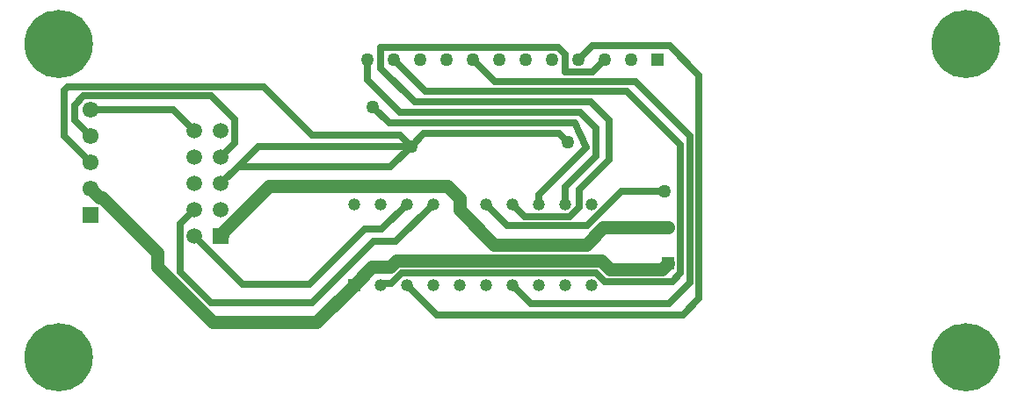
<source format=gbr>
G04*
G04 #@! TF.GenerationSoftware,Altium Limited,Altium Designer,23.2.1 (34)*
G04*
G04 Layer_Physical_Order=2*
G04 Layer_Color=16711680*
%FSLAX25Y25*%
%MOIN*%
G70*
G04*
G04 #@! TF.SameCoordinates,4C8DD8F6-A57A-4931-99BD-73A2A12B2EB2*
G04*
G04*
G04 #@! TF.FilePolarity,Positive*
G04*
G01*
G75*
%ADD20R,0.05118X0.05118*%
%ADD21C,0.05118*%
%ADD25C,0.05000*%
%ADD26R,0.05000X0.05000*%
%ADD34C,0.02500*%
%ADD35C,0.05000*%
%ADD36C,0.17323*%
%ADD37R,0.06102X0.06102*%
%ADD38C,0.06102*%
%ADD39R,0.04685X0.04685*%
%ADD40C,0.04685*%
%ADD41R,0.05906X0.05906*%
%ADD42C,0.05906*%
%ADD43C,0.02362*%
%ADD44C,0.04724*%
D20*
X529000Y398610D02*
D03*
D21*
Y412390D02*
D03*
D25*
X415000Y476000D02*
D03*
X425000D02*
D03*
X435000D02*
D03*
X445000D02*
D03*
X455000D02*
D03*
X465000D02*
D03*
X475000D02*
D03*
X485000D02*
D03*
X495000D02*
D03*
X505000D02*
D03*
X515000D02*
D03*
X417150Y458150D02*
D03*
X527600Y426100D02*
D03*
X484957Y405743D02*
D03*
X491047Y444700D02*
D03*
X431600Y443200D02*
D03*
D26*
X525000Y476000D02*
D03*
D34*
X423923Y390918D02*
X428098Y395093D01*
X501902D02*
X505245Y391750D01*
X487998Y394993D02*
X488098Y395093D01*
X481902D02*
X482002Y394993D01*
X488098Y395093D02*
X501902D01*
X428098D02*
X481902D01*
X470000Y421130D02*
X474592Y416538D01*
X491902D01*
X498402Y413037D02*
X511465Y426100D01*
X468092Y413037D02*
X498402D01*
X460000Y421130D02*
X468092Y413037D01*
X491902Y416538D02*
X495400Y420035D01*
Y426800D01*
X436400Y448000D02*
X487747D01*
X431600Y443200D02*
X436400Y448000D01*
X375699Y465801D02*
X394000Y447500D01*
X427300D02*
X431600Y443200D01*
X394000Y447500D02*
X427300D01*
X417150Y458150D02*
X423300Y452000D01*
X493768D01*
X498200Y442825D01*
X495750Y456000D02*
X501750Y450000D01*
X415000Y468400D02*
X427400Y456000D01*
X495750D01*
X415000Y468400D02*
Y476000D01*
X373700Y443200D02*
X431600D01*
X301465Y465801D02*
X375699D01*
X366000Y435500D02*
X373700Y443200D01*
X423900Y435500D02*
X431600Y443200D01*
X420200Y472800D02*
Y480800D01*
Y472800D02*
X433000Y460000D01*
X499700D01*
X359500Y429000D02*
X366000Y435500D01*
X423900D01*
X355899Y462301D02*
X364800Y453400D01*
Y444300D02*
Y453400D01*
X307500Y462301D02*
X355899D01*
X487747Y448000D02*
X491047Y444700D01*
X499700Y460000D02*
X506750Y452950D01*
X513500Y464000D02*
X533900Y443600D01*
X437000Y464000D02*
X513500D01*
X425000Y476000D02*
X437000Y464000D01*
X463250Y467750D02*
X516750D01*
X490200Y471250D02*
X500250D01*
X455000Y476000D02*
X463250Y467750D01*
X500250Y471250D02*
X505000Y476000D01*
X490200Y471250D02*
Y478100D01*
X516750Y467750D02*
X537400Y447100D01*
X511465Y426100D02*
X527600D01*
X482002Y394993D02*
X487998D01*
X414152Y411652D02*
X420522D01*
X393200Y390700D02*
X414152Y411652D01*
X367800Y390700D02*
X393200D01*
X394000Y383700D02*
X417300Y407000D01*
X425870D02*
X440000Y421130D01*
X417300Y407000D02*
X425870D01*
X470000Y390500D02*
X477000Y383500D01*
X529400D02*
X537400Y391500D01*
X477000Y383500D02*
X529400D01*
X430000Y390500D02*
X441500Y379000D01*
X534620D01*
X540900Y385280D01*
X304000Y458801D02*
X307500Y462301D01*
X304000Y453000D02*
X310000Y447000D01*
X304000Y453000D02*
Y458801D01*
X300000Y447000D02*
X310000Y437000D01*
X300000Y447000D02*
Y464337D01*
X301465Y465801D01*
X530650Y391750D02*
X533900Y395000D01*
X420418Y390918D02*
X423923D01*
X505245Y391750D02*
X530650D01*
X420000Y390500D02*
X420418Y390918D01*
X344200Y395300D02*
Y413700D01*
X355800Y383700D02*
X394000D01*
X344200Y395300D02*
X355800Y383700D01*
X310000Y457000D02*
X341500D01*
X349500Y449000D01*
X359500Y439000D02*
X364800Y444300D01*
X533900Y395000D02*
Y443600D01*
X537400Y391500D02*
Y447100D01*
X480000Y421130D02*
Y424625D01*
X498200Y442825D01*
X344200Y413700D02*
X349500Y419000D01*
X490000Y421130D02*
Y427675D01*
X501750Y439425D01*
Y450000D01*
X487500Y480800D02*
X490200Y478100D01*
X420200Y480800D02*
X487500D01*
X506750Y438150D02*
Y452950D01*
X495400Y426800D02*
X506750Y438150D01*
X495000Y476000D02*
X500300Y481300D01*
X529800D01*
X540900Y470200D01*
Y385280D02*
Y470200D01*
X349500Y409000D02*
X367800Y390700D01*
X420522Y411652D02*
X430000Y421130D01*
D35*
X463158Y405842D02*
X484957D01*
X426130Y399843D02*
X483870D01*
X503870D02*
X507212Y396500D01*
X483870Y399843D02*
X483969Y399743D01*
X486130Y399843D02*
X503870D01*
X484957Y405743D02*
Y405842D01*
X450000Y419000D02*
X463158Y405842D01*
X486031Y399743D02*
X486130Y399843D01*
X410000Y390500D02*
X416860Y397360D01*
X485056Y405842D02*
X497925D01*
X395790Y376290D02*
X410000Y390500D01*
X484957Y405743D02*
X485056Y405842D01*
X497925D02*
X504472Y412390D01*
X450000Y419000D02*
Y421130D01*
X445260Y428000D02*
X450000Y423260D01*
X377626Y428000D02*
X445260D01*
X359953Y410327D02*
X377626Y428000D01*
X450000Y421130D02*
X450000Y421130D01*
X450000Y421130D02*
Y423260D01*
X483969Y399743D02*
X486031D01*
X416860Y397360D02*
X423648D01*
X426130Y399843D01*
X356493Y376290D02*
X395790D01*
X335497Y397286D02*
X356493Y376290D01*
X335497Y397286D02*
Y402555D01*
X314501Y423551D02*
X335497Y402555D01*
X313480Y423551D02*
X314501D01*
X310031Y427000D02*
X313480Y423551D01*
X310000Y427000D02*
X310031D01*
X507212Y396500D02*
X526890D01*
X529000Y398610D01*
X359500Y409000D02*
X359953Y409453D01*
Y410327D01*
X504472Y412390D02*
X529000D01*
D36*
X298000Y482000D02*
D03*
X642000Y363000D02*
D03*
Y482000D02*
D03*
X298000Y363000D02*
D03*
D37*
X310000Y417000D02*
D03*
D38*
Y427000D02*
D03*
Y437000D02*
D03*
Y447000D02*
D03*
Y457000D02*
D03*
D39*
X410000Y390500D02*
D03*
D40*
X420000D02*
D03*
X430000D02*
D03*
X440000D02*
D03*
X450000D02*
D03*
X460000D02*
D03*
X470000D02*
D03*
X480000D02*
D03*
X490000D02*
D03*
X500000D02*
D03*
Y421130D02*
D03*
X490000D02*
D03*
X480000D02*
D03*
X470000D02*
D03*
X460000D02*
D03*
X450000D02*
D03*
X440000D02*
D03*
X430000D02*
D03*
X420000D02*
D03*
X410000D02*
D03*
D41*
X359500Y409000D02*
D03*
D42*
X349500D02*
D03*
X359500Y419000D02*
D03*
X349500D02*
D03*
X359500Y429000D02*
D03*
X349500D02*
D03*
X359500Y439000D02*
D03*
X349500D02*
D03*
X359500Y449000D02*
D03*
X349500D02*
D03*
D43*
X304124Y488125D02*
D03*
X306661Y482000D02*
D03*
X304124Y475876D02*
D03*
X298000Y473339D02*
D03*
X291876Y475876D02*
D03*
X289339Y482000D02*
D03*
X291876Y488125D02*
D03*
X298000Y490661D02*
D03*
X648125Y369125D02*
D03*
X650661Y363000D02*
D03*
X648125Y356875D02*
D03*
X642000Y354339D02*
D03*
X635876Y356875D02*
D03*
X633339Y363000D02*
D03*
X635876Y369125D02*
D03*
X642000Y371661D02*
D03*
X648125Y488125D02*
D03*
X650661Y482000D02*
D03*
X648125Y475876D02*
D03*
X642000Y473339D02*
D03*
X635876Y475876D02*
D03*
X633339Y482000D02*
D03*
X635876Y488125D02*
D03*
X642000Y490661D02*
D03*
X304124Y369125D02*
D03*
X306661Y363000D02*
D03*
X304124Y356875D02*
D03*
X298000Y354339D02*
D03*
X291876Y356875D02*
D03*
X289339Y363000D02*
D03*
X291876Y369125D02*
D03*
X298000Y371661D02*
D03*
D44*
X308637Y482000D02*
G03*
X308637Y482000I-10637J0D01*
G01*
X652637Y363000D02*
G03*
X652637Y363000I-10637J0D01*
G01*
Y482000D02*
G03*
X652637Y482000I-10637J0D01*
G01*
X308637Y363000D02*
G03*
X308637Y363000I-10637J0D01*
G01*
M02*

</source>
